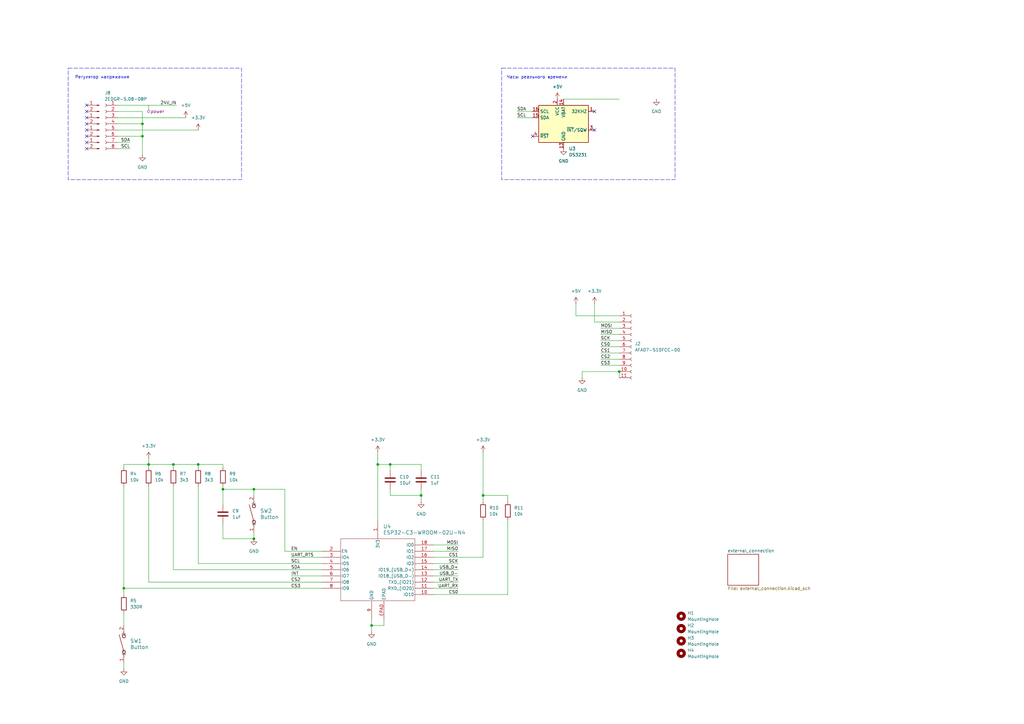
<source format=kicad_sch>
(kicad_sch (version 20231120) (generator "eeschema") (generator_version "8.0")
  (paper "A3")
  (title_block (title "${article} v${version}"))
  (junction (at 71.12 190.5))
  (junction (at 96.52 393.7))
  (junction (at 127 434.34))
  (junction (at 63.5 370.84))
  (junction (at 88.9 370.84))
  (junction (at 124.46 370.84))
  (junction (at 139.7 452.12))
  (junction (at 104.14 220.98))
  (junction (at 142.24 393.7))
  (junction (at 58.42 50.8))
  (junction (at 254 152.4))
  (junction (at 53.34 393.7))
  (junction (at 30.48 386.08))
  (junction (at 160.02 452.12))
  (junction (at 78.74 467.36))
  (junction (at 50.8 241.3))
  (junction (at 210.82 452.12))
  (junction (at 81.28 190.5))
  (junction (at 210.82 434.34))
  (junction (at 38.1 370.84))
  (junction (at 198.12 203.2))
  (junction (at 25.4 393.7))
  (junction (at 63.5 434.34))
  (junction (at 162.56 393.7))
  (junction (at 172.72 203.2))
  (junction (at 160.02 449.58))
  (junction (at 152.4 256.54))
  (junction (at 93.98 439.42))
  (junction (at 93.98 441.96))
  (junction (at 30.48 393.7))
  (junction (at 154.94 190.5))
  (junction (at 60.96 190.5))
  (junction (at 88.9 393.7))
  (junction (at 53.34 370.84))
  (junction (at 124.46 393.7))
  (junction (at 142.24 370.84))
  (junction (at 190.5 452.12))
  (junction (at 182.88 370.84))
  (junction (at 63.5 393.7))
  (junction (at 223.52 434.34))
  (junction (at 58.42 439.42))
  (junction (at 96.52 370.84))
  (junction (at 139.7 434.34))
  (junction (at 58.42 55.88))
  (junction (at 160.02 190.5))
  (junction (at 104.14 200.66))
  (junction (at 91.44 200.66))
  (no_connect (at 35.56 55.88))
  (no_connect (at 243.84 45.72))
  (no_connect (at 35.56 43.18))
  (no_connect (at 35.56 48.26))
  (no_connect (at 35.56 50.8))
  (no_connect (at 243.84 53.34))
  (no_connect (at 40.64 335.28))
  (no_connect (at 218.44 55.88))
  (no_connect (at 162.56 444.5))
  (no_connect (at 35.56 53.34))
  (no_connect (at 35.56 45.72))
  (no_connect (at 187.96 444.5))
  (no_connect (at 35.56 58.42))
  (no_connect (at 187.96 449.58))
  (no_connect (at 35.56 60.96))
  (wire (pts (xy 60.96 199.39) (xy 60.96 238.76)))
  (wire (pts (xy 50.8 271.78) (xy 50.8 274.32)))
  (wire (pts (xy 223.52 439.42) (xy 223.52 434.34)))
  (wire (pts (xy 190.5 469.9) (xy 179.07 469.9)))
  (wire (pts (xy 187.96 436.88) (xy 190.5 436.88)))
  (wire (pts (xy 81.28 199.39) (xy 81.28 231.14)))
  (wire (pts (xy 124.46 353.06) (xy 124.46 370.84)))
  (wire (pts (xy 30.48 393.7) (xy 53.34 393.7)))
  (wire (pts (xy 203.2 441.96) (xy 187.96 441.96)))
  (wire (pts (xy 198.12 213.36) (xy 198.12 228.6)))
  (wire (pts (xy 139.7 439.42) (xy 139.7 434.34)))
  (wire (pts (xy 154.94 477.52) (xy 154.94 480.06)))
  (wire (pts (xy 53.34 384.81) (xy 53.34 393.7)))
  (wire (pts (xy 72.39 370.84) (xy 63.5 370.84)))
  (wire (pts (xy 139.7 447.04) (xy 139.7 452.12)))
  (wire (pts (xy 25.4 403.86) (xy 25.4 393.7)))
  (wire (pts (xy 121.92 355.6) (xy 121.92 370.84)))
  (wire (pts (xy 198.12 203.2) (xy 198.12 205.74)))
  (wire (pts (xy 157.48 254) (xy 157.48 256.54)))
  (wire (pts (xy 22.86 378.46) (xy 35.56 378.46)))
  (wire (pts (xy 22.86 381) (xy 25.4 381)))
  (wire (pts (xy 160.02 190.5) (xy 172.72 190.5)))
  (wire (pts (xy 104.14 218.44) (xy 104.14 220.98)))
  (wire (pts (xy 93.98 441.96) (xy 93.98 439.42)))
  (wire (pts (xy 127 429.26) (xy 127 434.34)))
  (wire (pts (xy 190.5 452.12) (xy 187.96 452.12)))
  (wire (pts (xy 127 447.04) (xy 127 452.12)))
  (wire (pts (xy 58.42 50.8) (xy 58.42 55.88)))
  (wire (pts (xy 38.1 370.84) (xy 22.86 370.84)))
  (wire (pts (xy 68.58 434.34) (xy 63.5 434.34)))
  (wire (pts (xy 88.9 370.84) (xy 96.52 370.84)))
  (wire (pts (xy 162.56 441.96) (xy 144.78 441.96)))
  (wire (pts (xy 254 152.4) (xy 254 154.94)))
  (wire (pts (xy 177.8 226.06) (xy 187.96 226.06)))
  (wire (pts (xy 124.46 370.84) (xy 124.46 377.19)))
  (wire (pts (xy 162.56 439.42) (xy 144.78 439.42)))
  (wire (pts (xy 246.38 139.7) (xy 254 139.7)))
  (wire (pts (xy 50.8 241.3) (xy 50.8 243.84)))
  (wire (pts (xy 30.48 320.04) (xy 124.46 320.04)))
  (wire (pts (xy 22.86 388.62) (xy 35.56 388.62)))
  (wire (pts (xy 58.42 45.72) (xy 58.42 50.8)))
  (wire (pts (xy 182.88 384.81) (xy 182.88 393.7)))
  (wire (pts (xy 60.96 190.5) (xy 71.12 190.5)))
  (wire (pts (xy 81.28 190.5) (xy 81.28 191.77)))
  (wire (pts (xy 124.46 370.84) (xy 142.24 370.84)))
  (wire (pts (xy 71.12 199.39) (xy 71.12 233.68)))
  (wire (pts (xy 236.22 124.46) (xy 236.22 129.54)))
  (wire (pts (xy 162.56 396.24) (xy 162.56 393.7)))
  (wire (pts (xy 243.84 124.46) (xy 243.84 132.08)))
  (wire (pts (xy 142.24 393.7) (xy 162.56 393.7)))
  (wire (pts (xy 63.5 434.34) (xy 53.34 434.34)))
  (wire (pts (xy 177.8 233.68) (xy 187.96 233.68)))
  (wire (pts (xy 139.7 434.34) (xy 162.56 434.34)))
  (wire (pts (xy 81.28 231.14) (xy 132.08 231.14)))
  (wire (pts (xy 25.4 393.7) (xy 22.86 393.7)))
  (wire (pts (xy 48.26 58.42) (xy 53.34 58.42)))
  (wire (pts (xy 104.14 200.66) (xy 104.14 203.2)))
  (wire (pts (xy 162.56 449.58) (xy 160.02 449.58)))
  (wire (pts (xy 40.64 332.74) (xy 50.8 332.74)))
  (wire (pts (xy 78.74 467.36) (xy 78.74 469.9)))
  (wire (pts (xy 142.24 384.81) (xy 142.24 393.7)))
  (wire (pts (xy 60.96 187.96) (xy 60.96 190.5)))
  (wire (pts (xy 246.38 142.24) (xy 254 142.24)))
  (wire (pts (xy 116.84 226.06) (xy 132.08 226.06)))
  (wire (pts (xy 71.12 190.5) (xy 71.12 191.77)))
  (wire (pts (xy 50.8 241.3) (xy 132.08 241.3)))
  (wire (pts (xy 30.48 373.38) (xy 30.48 386.08)))
  (wire (pts (xy 177.8 236.22) (xy 187.96 236.22)))
  (wire (pts (xy 119.38 228.6) (xy 132.08 228.6)))
  (wire (pts (xy 22.86 391.16) (xy 35.56 391.16)))
  (wire (pts (xy 203.2 439.42) (xy 187.96 439.42)))
  (wire (pts (xy 160.02 452.12) (xy 139.7 452.12)))
  (wire (pts (xy 22.86 375.92) (xy 35.56 375.92)))
  (wire (pts (xy 78.74 457.2) (xy 78.74 467.36)))
  (wire (pts (xy 162.56 393.7) (xy 162.56 383.54)))
  (wire (pts (xy 246.38 144.78) (xy 254 144.78)))
  (wire (pts (xy 190.5 436.88) (xy 190.5 452.12)))
  (wire (pts (xy 142.24 370.84) (xy 142.24 377.19)))
  (wire (pts (xy 231.14 40.64) (xy 254 40.64)))
  (wire (pts (xy 38.1 365.76) (xy 38.1 370.84)))
  (wire (pts (xy 96.52 377.19) (xy 96.52 370.84)))
  (wire (pts (xy 182.88 393.7) (xy 162.56 393.7)))
  (wire (pts (xy 111.76 447.04) (xy 88.9 447.04)))
  (wire (pts (xy 195.58 480.06) (xy 195.58 477.52)))
  (wire (pts (xy 88.9 393.7) (xy 96.52 393.7)))
  (wire (pts (xy 238.76 154.94) (xy 238.76 152.4)))
  (wire (pts (xy 160.02 200.66) (xy 160.02 203.2)))
  (wire (pts (xy 236.22 129.54) (xy 254 129.54)))
  (wire (pts (xy 91.44 190.5) (xy 91.44 191.77)))
  (wire (pts (xy 154.94 480.06) (xy 171.45 480.06)))
  (wire (pts (xy 48.26 53.34) (xy 81.28 53.34)))
  (wire (pts (xy 71.12 233.68) (xy 132.08 233.68)))
  (wire (pts (xy 119.38 236.22) (xy 132.08 236.22)))
  (wire (pts (xy 91.44 214.63) (xy 91.44 220.98)))
  (wire (pts (xy 139.7 434.34) (xy 127 434.34)))
  (wire (pts (xy 246.38 134.62) (xy 254 134.62)))
  (wire (pts (xy 172.72 203.2) (xy 172.72 205.74)))
  (wire (pts (xy 68.58 439.42) (xy 58.42 439.42)))
  (wire (pts (xy 223.52 447.04) (xy 223.52 452.12)))
  (wire (pts (xy 50.8 241.3) (xy 50.8 199.39)))
  (wire (pts (xy 22.86 383.54) (xy 38.1 383.54)))
  (wire (pts (xy 203.2 447.04) (xy 187.96 447.04)))
  (wire (pts (xy 182.88 370.84) (xy 182.88 377.19)))
  (wire (pts (xy 127 439.42) (xy 127 434.34)))
  (wire (pts (xy 238.76 152.4) (xy 254 152.4)))
  (wire (pts (xy 48.26 43.18) (xy 72.39 43.18)))
  (wire (pts (xy 210.82 447.04) (xy 210.82 452.12)))
  (wire (pts (xy 124.46 384.81) (xy 124.46 393.7)))
  (wire (pts (xy 223.52 431.8) (xy 223.52 434.34)))
  (wire (pts (xy 30.48 393.7) (xy 30.48 396.24)))
  (wire (pts (xy 111.76 439.42) (xy 93.98 439.42)))
  (wire (pts (xy 160.02 449.58) (xy 160.02 452.12)))
  (wire (pts (xy 48.26 55.88) (xy 58.42 55.88)))
  (wire (pts (xy 171.45 474.98) (xy 160.02 474.98)))
  (wire (pts (xy 198.12 203.2) (xy 208.28 203.2)))
  (wire (pts (xy 50.8 190.5) (xy 60.96 190.5)))
  (wire (pts (xy 58.42 441.96) (xy 58.42 439.42)))
  (wire (pts (xy 104.14 200.66) (xy 116.84 200.66)))
  (wire (pts (xy 210.82 434.34) (xy 187.96 434.34)))
  (wire (pts (xy 162.56 436.88) (xy 160.02 436.88)))
  (wire (pts (xy 22.86 386.08) (xy 30.48 386.08)))
  (wire (pts (xy 91.44 220.98) (xy 104.14 220.98)))
  (wire (pts (xy 53.34 393.7) (xy 63.5 393.7)))
  (wire (pts (xy 171.45 469.9) (xy 160.02 469.9)))
  (wire (pts (xy 53.34 370.84) (xy 63.5 370.84)))
  (wire (pts (xy 180.34 370.84) (xy 182.88 370.84)))
  (wire (pts (xy 154.94 190.5) (xy 160.02 190.5)))
  (wire (pts (xy 63.5 393.7) (xy 72.39 393.7)))
  (wire (pts (xy 60.96 190.5) (xy 60.96 191.77)))
  (wire (pts (xy 80.01 370.84) (xy 88.9 370.84)))
  (wire (pts (xy 208.28 213.36) (xy 208.28 243.84)))
  (wire (pts (xy 212.09 45.72) (xy 218.44 45.72)))
  (wire (pts (xy 63.5 383.54) (xy 63.5 393.7)))
  (wire (pts (xy 162.56 452.12) (xy 160.02 452.12)))
  (wire (pts (xy 208.28 205.74) (xy 208.28 203.2)))
  (wire (pts (xy 48.26 45.72) (xy 58.42 45.72)))
  (wire (pts (xy 121.92 370.84) (xy 96.52 370.84)))
  (wire (pts (xy 177.8 223.52) (xy 187.96 223.52)))
  (wire (pts (xy 50.8 251.46) (xy 50.8 256.54)))
  (wire (pts (xy 154.94 185.42) (xy 154.94 190.5)))
  (wire (pts (xy 223.52 434.34) (xy 210.82 434.34)))
  (wire (pts (xy 63.5 441.96) (xy 63.5 434.34)))
  (wire (pts (xy 93.98 439.42) (xy 88.9 439.42)))
  (wire (pts (xy 124.46 393.7) (xy 142.24 393.7)))
  (wire (pts (xy 48.26 48.26) (xy 76.2 48.26)))
  (wire (pts (xy 243.84 132.08) (xy 254 132.08)))
  (wire (pts (xy 142.24 370.84) (xy 144.78 370.84)))
  (wire (pts (xy 96.52 384.81) (xy 96.52 393.7)))
  (wire (pts (xy 40.64 330.2) (xy 50.8 330.2)))
  (wire (pts (xy 154.94 190.5) (xy 154.94 213.36)))
  (wire (pts (xy 124.46 393.7) (xy 96.52 393.7)))
  (wire (pts (xy 93.98 441.96) (xy 93.98 457.2)))
  (wire (pts (xy 177.8 228.6) (xy 198.12 228.6)))
  (wire (pts (xy 182.88 370.84) (xy 182.88 365.76)))
  (wire (pts (xy 152.4 254) (xy 152.4 256.54)))
  (wire (pts (xy 177.8 243.84) (xy 208.28 243.84)))
  (wire (pts (xy 116.84 200.66) (xy 116.84 226.06)))
  (wire (pts (xy 171.45 464.82) (xy 160.02 464.82)))
  (wire (pts (xy 60.96 467.36) (xy 78.74 467.36)))
  (wire (pts (xy 160.02 203.2) (xy 172.72 203.2)))
  (wire (pts (xy 38.1 370.84) (xy 53.34 370.84)))
  (wire (pts (xy 160.02 193.04) (xy 160.02 190.5)))
  (wire (pts (xy 210.82 452.12) (xy 190.5 452.12)))
  (wire (pts (xy 58.42 55.88) (xy 58.42 63.5)))
  (wire (pts (xy 177.8 241.3) (xy 187.96 241.3)))
  (wire (pts (xy 152.4 256.54) (xy 157.48 256.54)))
  (wire (pts (xy 246.38 147.32) (xy 254 147.32)))
  (wire (pts (xy 93.98 467.36) (xy 78.74 467.36)))
  (wire (pts (xy 91.44 200.66) (xy 104.14 200.66)))
  (wire (pts (xy 80.01 393.7) (xy 88.9 393.7)))
  (wire (pts (xy 142.24 365.76) (xy 142.24 370.84)))
  (wire (pts (xy 177.8 231.14) (xy 187.96 231.14)))
  (wire (pts (xy 160.02 436.88) (xy 160.02 449.58)))
  (wire (pts (xy 212.09 48.26) (xy 218.44 48.26)))
  (wire (pts (xy 111.76 436.88) (xy 88.9 436.88)))
  (wire (pts (xy 50.8 191.77) (xy 50.8 190.5)))
  (wire (pts (xy 139.7 452.12) (xy 127 452.12)))
  (wire (pts (xy 25.4 381) (xy 25.4 393.7)))
  (wire (pts (xy 91.44 200.66) (xy 91.44 207.01)))
  (wire (pts (xy 58.42 50.8) (xy 48.26 50.8)))
  (wire (pts (xy 60.96 238.76) (xy 132.08 238.76)))
  (wire (pts (xy 124.46 320.04) (xy 124.46 350.52)))
  (wire (pts (xy 124.46 350.52) (xy 121.92 350.52)))
  (wire (pts (xy 190.5 464.82) (xy 179.07 464.82)))
  (wire (pts (xy 88.9 381) (xy 88.9 370.84)))
  (wire (pts (xy 246.38 149.86) (xy 254 149.86)))
  (wire (pts (xy 152.4 256.54) (xy 152.4 259.08)))
  (wire (pts (xy 53.34 377.19) (xy 53.34 370.84)))
  (wire (pts (xy 48.26 60.96) (xy 53.34 60.96)))
  (wire (pts (xy 58.42 439.42) (xy 53.34 439.42)))
  (wire (pts (xy 177.8 238.76) (xy 187.96 238.76)))
  (wire (pts (xy 172.72 200.66) (xy 172.72 203.2)))
  (wire (pts (xy 81.28 190.5) (xy 91.44 190.5)))
  (wire (pts (xy 88.9 383.54) (xy 88.9 393.7)))
  (wire (pts (xy 38.1 370.84) (xy 38.1 383.54)))
  (wire (pts (xy 210.82 439.42) (xy 210.82 434.34)))
  (wire (pts (xy 93.98 464.82) (xy 93.98 467.36)))
  (wire (pts (xy 22.86 373.38) (xy 30.48 373.38)))
  (wire (pts (xy 162.56 447.04) (xy 144.78 447.04)))
  (wire (pts (xy 246.38 137.16) (xy 254 137.16)))
  (wire (pts (xy 223.52 452.12) (xy 210.82 452.12)))
  (wire (pts (xy 121.92 353.06) (xy 124.46 353.06)))
  (wire (pts (xy 63.5 381) (xy 63.5 370.84)))
  (wire (pts (xy 30.48 386.08) (xy 30.48 393.7)))
  (wire (pts (xy 198.12 185.42) (xy 198.12 203.2)))
  (wire (pts (xy 172.72 190.5) (xy 172.72 193.04)))
  (wire (pts (xy 91.44 199.39) (xy 91.44 200.66)))
  (wire (pts (xy 88.9 441.96) (xy 93.98 441.96)))
  (wire (pts (xy 71.12 190.5) (xy 81.28 190.5)))
  (wire (pts (xy 179.07 480.06) (xy 195.58 480.06)))
  (wire (pts (xy 190.5 474.98) (xy 179.07 474.98)))
  (rectangle (start 205.74 27.94) (end 276.86 73.66) (stroke (width 0) (type dash)))
  (rectangle (start 45.72 355.6) (end 106.68 414.02) (stroke (width 0) (type dash)))
  (rectangle (start 0 355.6) (end 43.18 414.02) (stroke (width 0) (type dash)))
  (rectangle (start 114.3 416.56) (end 45.72 492.76) (stroke (width 0) (type dash)))
  (rectangle (start 27.94 27.94) (end 99.06 73.66) (stroke (width 0) (type dash)))
  (rectangle (start 228.6 416.56) (end 116.84 492.76) (stroke (width 0) (type dash)))
  (text "Часы реального времени" (at 207.772 31.75 0) (effects (font (size 1.27 1.27)) (justify left)))
  (text "RS-485" (at 111.76 419.1 0) (effects (font (size 1.27 1.27)) (justify right top)))
  (text "Регулятор напряжения" (at 30.734 31.75 0) (effects (font (size 1.27 1.27)) (justify left)))
  (text "Изоляция питания (опционально)" (at 76.2 411.48 0) (effects (font (size 1.27 1.27))))
  (text "Изоляция UART (опционально)" (at 226.06 419.1 0) (effects (font (size 1.27 1.27)) (justify right top)))
  (label "CS1" (at 187.96 228.6 180))
  (label "B" (at 53.34 439.42 0))
  (label "A" (at 35.56 375.92 180))
  (label "UART_TX_ISO" (at 160.02 464.82 0))
  (label "CS3" (at 119.38 241.3 0))
  (label "SCL" (at 119.38 231.14 0))
  (label "MOSI" (at 187.96 223.52 180))
  (label "UART_RTS_ISO" (at 144.78 441.96 0))
  (label "UART_TX_ISO" (at 111.76 447.04 180))
  (label "USB_D-" (at 187.96 236.22 180))
  (label "EN" (at 119.38 226.06 0))
  (label "UART_TX_ISO" (at 144.78 439.42 0))
  (label "SDA" (at 212.09 45.72 0))
  (label "CS2" (at 246.38 147.32 0))
  (label "CS0" (at 246.38 142.24 0))
  (label "A" (at 53.34 434.34 0))
  (label "UART_RTS_ISO" (at 160.02 474.98 0))
  (label "UART_TX" (at 190.5 464.82 180))
  (label "INT" (at 119.38 236.22 0))
  (label "SDA" (at 119.38 233.68 0))
  (label "UART_RTS" (at 190.5 474.98 180))
  (label "B" (at 35.56 391.16 180))
  (label "UART_RX_ISO" (at 111.76 436.88 180))
  (label "SCK" (at 246.38 139.7 0))
  (label "UART_RX_ISO" (at 144.78 447.04 0))
  (label "USB_D+" (at 50.8 330.2 180))
  (label "CS2" (at 119.38 238.76 0))
  (label "SCL" (at 53.34 60.96 180))
  (label "MISO" (at 246.38 137.16 0))
  (label "CS3" (at 246.38 149.86 0))
  (label "USB_D-" (at 50.8 332.74 180))
  (label "UART_TX" (at 187.96 238.76 180))
  (label "UART_RTS" (at 203.2 441.96 180))
  (label "MOSI" (at 246.38 134.62 0))
  (label "UART_RX" (at 187.96 241.3 180))
  (label "A" (at 35.56 388.62 180))
  (label "CS0" (at 187.96 243.84 180))
  (label "UART_TX" (at 203.2 439.42 180))
  (label "UART_RX_ISO" (at 160.02 469.9 0))
  (label "SDA" (at 53.34 58.42 180))
  (label "UART_RTS_ISO" (at 111.76 439.42 180))
  (label "SCK" (at 187.96 231.14 180))
  (label "USB_D+" (at 187.96 233.68 180))
  (label "MISO" (at 187.96 226.06 180))
  (label "24V_IN" (at 72.39 43.18 180))
  (label "B" (at 35.56 378.46 180))
  (label "CS1" (at 246.38 144.78 0))
  (label "UART_RTS" (at 119.38 228.6 0))
  (label "SCL" (at 212.09 48.26 0))
  (label "UART_RX" (at 190.5 469.9 180))
  (label "UART_RX" (at 203.2 447.04 180))
  (netclass_flag "" (length 2.54) (shape round) (at 60.96 43.18 180) (property "Netclass" "power" (at 61.6585 45.72 0) (effects (font (italic yes)) (justify left))))
  (symbol (lib_id "power:+3.3V") (at 81.28 53.34 0) (unit 1)
    (property "Reference" "#PWR014" (effects (hide yes)))
    (property "Value" "+3.3V" (at 81.28 48.26 0))
    (property "Description" "Power symbol creates a global label with name \"+3.3V\"" (effects (hide yes)))
  )
  (symbol (lib_id "kicad_inventree_lib:Degson_2EDGK-5.08-02P") (at 35.56 58.42 0) (mirror y) (unit 1) (on_board no)
    (property "Reference" "J11" (effects (hide yes)))
    (property "Value" "2EDGK-5.08-02P" (effects (hide yes)))
    (property "Datasheet" "http://inventree.network/part/18/" (effects (hide yes)))
    (property "Description" "Generic connector, single row, 01x02, script generated" (effects (hide yes)))
    (property "NextPCB_url" "https://www.hqonline.com/product-detail/max-maixu--mx2edgk-5-08-02p-gn01-cu-y-a-1027943030" (effects (hide yes)))
    (property "NextPCB_price" "0.11828" (effects (hide yes)))
    (property "part_ipn" "2EDGK-5.08-02P" (effects (hide yes)))
  )
  (symbol (lib_id "power:+3.3V") (at 60.96 187.96 0) (unit 1)
    (property "Reference" "#PWR02" (effects (hide yes)))
    (property "Value" "+3.3V" (at 60.96 182.88 0))
    (property "Description" "Power symbol creates a global label with name \"+3.3V\"" (effects (hide yes)))
  )
  (symbol (lib_id "kicad_inventree_lib:TS-1088-AR02016") (at 50.8 271.78 90) (unit 1)
    (property "Reference" "SW1" (at 53.34 262.8899 90) (effects (font (size 1.524 1.524)) (justify right)))
    (property "Value" "Button" (at 53.34 265.4299 90) (effects (font (size 1.524 1.524)) (justify right)))
    (property "Footprint" "kicad_inventree_lib:SW_TS-1088_XNP-M" (effects (hide yes)))
    (property "Datasheet" "http://inventree.network/part/139/" (effects (hide yes)))
    (property "part_ipn" "TS-1088-AR02016 " (effects (hide yes)))
  )
  (symbol (lib_id "power:+3.3V") (at 182.88 365.76 0) (unit 1)
    (property "Reference" "#PWR022" (effects (hide yes)))
    (property "Value" "+3.3V" (at 182.88 360.68 0))
    (property "Description" "Power symbol creates a global label with name \"+3.3V\"" (effects (hide yes)))
  )
  (symbol (lib_id "kicad_inventree_lib:Degson_2EDGK-5.08-02P") (at 35.56 48.26 0) (mirror y) (unit 1) (on_board no)
    (property "Reference" "J9" (effects (hide yes)))
    (property "Value" "2EDGK-5.08-02P" (effects (hide yes)))
    (property "Datasheet" "http://inventree.network/part/18/" (effects (hide yes)))
    (property "Description" "Generic connector, single row, 01x02, script generated" (effects (hide yes)))
    (property "NextPCB_url" "https://www.hqonline.com/product-detail/max-maixu--mx2edgk-5-08-02p-gn01-cu-y-a-1027943030" (effects (hide yes)))
    (property "NextPCB_price" "0.11828" (effects (hide yes)))
    (property "part_ipn" "2EDGK-5.08-02P" (effects (hide yes)))
  )
  (symbol (lib_id "kicad_inventree_lib:R_10k_1206_1%") (at 93.98 461.01 0) (mirror y) (unit 1)
    (property "Reference" "R3" (at 91.44 459.7399 0) (effects (justify left)))
    (property "Value" "10k" (at 91.44 462.2799 0) (effects (justify left)))
    (property "Footprint" "Resistor_SMD:R_1206_3216Metric_Pad1.30x1.75mm_HandSolder" (effects (hide yes)))
    (property "Datasheet" "http://inventree.network/part/26/" (effects (hide yes)))
    (property "Description" "Resistor" (effects (hide yes)))
    (property "NextPCB_price" "0.00169" (effects (hide yes)))
    (property "NextPCB_url" "https://www.hqonline.com/product-detail/chip-resistors-fojan-frc1206f3301ts-2500354421" (effects (hide yes)))
    (property "part_ipn" "R_10k_1206_1%" (effects (hide yes)))
  )
  (symbol (lib_id "power:GND") (at 269.24 40.64 0) (unit 1)
    (property "Reference" "#PWR010" (effects (hide yes)))
    (property "Value" "GND" (at 269.24 45.72 0))
    (property "Description" "Power symbol creates a global label with name \"GND\" , ground" (effects (hide yes)))
  )
  (symbol (lib_id "kicad_inventree_lib:AFA07-S10FCC-00") (at 259.08 139.7 0) (unit 1)
    (property "Reference" "J2" (at 260.35 140.9699 0) (effects (justify left)))
    (property "Value" "AFA07-S10FCC-00" (at 260.35 143.5099 0) (effects (justify left)))
    (property "Footprint" "kicad_inventree_lib:CONN10_AFA07-S10_JUS" (effects (hide yes)))
    (property "Datasheet" "http://inventree.network/part/170/" (effects (hide yes)))
    (property "Description" "Generic connector, single row, 01x10, script generated" (effects (hide yes)))
    (property "part_ipn" "AFA07-S10FCC-00" (effects (hide yes)))
  )
  (symbol (lib_id "Jumper:SolderJumper_2_Open") (at 76.2 393.7 0) (unit 1) (exclude_from_sim yes) (in_bom no)
    (property "Reference" "JP2" (at 76.2 389.89 0))
    (property "Value" "SolderJumper_2_Open" (effects (hide yes)))
    (property "Footprint" "Jumper:SolderJumper-2_P1.3mm_Open_RoundedPad1.0x1.5mm" (effects (hide yes)))
    (property "Description" "Solder Jumper, 2-pole, open" (effects (hide yes)))
  )
  (symbol (lib_id "power:+3.3V") (at 127 429.26 0) (mirror y) (unit 1)
    (property "Reference" "#PWR017" (effects (hide yes)))
    (property "Value" "+3.3V_ISO" (at 127 424.18 0))
    (property "Description" "Power symbol creates a global label with name \"+3.3V\"" (effects (hide yes)))
  )
  (symbol (lib_id "power:GND") (at 172.72 205.74 0) (unit 1)
    (property "Reference" "#PWR028" (effects (hide yes)))
    (property "Value" "GND" (at 172.72 210.82 0))
    (property "Description" "Power symbol creates a global label with name \"GND\" , ground" (effects (hide yes)))
  )
  (symbol (lib_id "kicad_inventree_lib:C_10uF_16V_1206") (at 142.24 381 0) (unit 1)
    (property "Reference" "C5" (at 146.05 379.7299 0) (effects (justify left)))
    (property "Value" "10uF" (at 146.05 382.2699 0) (effects (justify left)))
    (property "Footprint" "Capacitor_SMD:C_1206_3216Metric_Pad1.33x1.80mm_HandSolder" (effects (hide yes)))
    (property "Datasheet" "http://inventree.network/part/141/" (effects (hide yes)))
    (property "Description" "Unpolarized capacitor" (effects (hide yes)))
    (property "part_ipn" "C_10uF_16V_1206" (effects (hide yes)))
  )
  (symbol (lib_id "kicad_inventree_lib:R_10k_1206_1%") (at 60.96 195.58 0) (unit 1)
    (property "Reference" "R6" (at 63.5 194.3099 0) (effects (justify left)))
    (property "Value" "10k" (at 63.5 196.8499 0) (effects (justify left)))
    (property "Footprint" "Resistor_SMD:R_1206_3216Metric_Pad1.30x1.75mm_HandSolder" (effects (hide yes)))
    (property "Datasheet" "http://inventree.network/part/26/" (effects (hide yes)))
    (property "Description" "Resistor" (effects (hide yes)))
    (property "NextPCB_price" "0.00169" (effects (hide yes)))
    (property "NextPCB_url" "https://www.hqonline.com/product-detail/chip-resistors-fojan-frc1206f3301ts-2500354421" (effects (hide yes)))
    (property "part_ipn" "R_10k_1206_1%" (effects (hide yes)))
  )
  (symbol (lib_id "power:+3.3V") (at 243.84 124.46 0) (unit 1)
    (property "Reference" "#PWR030" (effects (hide yes)))
    (property "Value" "+3.3V" (at 243.84 119.38 0))
    (property "Description" "Power symbol creates a global label with name \"+3.3V\"" (effects (hide yes)))
  )
  (symbol (lib_id "power:GND") (at 231.14 60.96 0) (unit 1)
    (property "Reference" "#PWR012" (effects (hide yes)))
    (property "Value" "GND" (at 231.14 66.04 0))
    (property "Description" "Power symbol creates a global label with name \"GND\" , ground" (effects (hide yes)))
  )
  (symbol (lib_id "kicad_inventree_lib:R_3k3_1206_1%") (at 81.28 195.58 0) (unit 1)
    (property "Reference" "R8" (at 83.82 194.3099 0) (effects (justify left)))
    (property "Value" "3k3" (at 83.82 196.8499 0) (effects (justify left)))
    (property "Footprint" "Resistor_SMD:R_1206_3216Metric_Pad1.30x1.75mm_HandSolder" (effects (hide yes)))
    (property "Datasheet" "http://inventree.network/part/4/" (effects (hide yes)))
    (property "Description" "Resistor" (effects (hide yes)))
    (property "NextPCB_price" "0.00169" (effects (hide yes)))
    (property "NextPCB_url" "https://www.hqonline.com/product-detail/chip-resistors-fojan-frc1206f3301ts-2500354421" (effects (hide yes)))
    (property "part_ipn" "R_3k3_1206_1%" (effects (hide yes)))
  )
  (symbol (lib_id "power:+3.3V") (at 223.52 431.8 0) (mirror y) (unit 1)
    (property "Reference" "#PWR026" (effects (hide yes)))
    (property "Value" "+3.3V" (at 223.52 426.72 0))
    (property "Description" "Power symbol creates a global label with name \"+3.3V\"" (effects (hide yes)))
  )
  (symbol (lib_id "Jumper:SolderJumper_2_Open") (at 175.26 469.9 0) (mirror y) (unit 1) (exclude_from_sim yes) (in_bom no)
    (property "Reference" "JP4" (at 175.26 466.09 0))
    (property "Value" "SolderJumper_2_Open" (effects (hide yes)))
    (property "Footprint" "Jumper:SolderJumper-2_P1.3mm_Open_RoundedPad1.0x1.5mm" (effects (hide yes)))
    (property "Description" "Solder Jumper, 2-pole, open" (effects (hide yes)))
  )
  (symbol (lib_id "Mechanical:MountingHole") (at 279.4 257.81 0) (unit 1) (exclude_from_sim yes) (in_bom no)
    (property "Reference" "H2" (at 281.94 256.5399 0) (effects (justify left)))
    (property "Value" "MountingHole" (at 281.94 259.0799 0) (effects (justify left)))
    (property "Footprint" "MountingHole:MountingHole_3.2mm_M3" (effects (hide yes)))
    (property "Description" "Mounting Hole without connection" (effects (hide yes)))
  )
  (symbol (lib_id "kicad_inventree_lib:R_10k_1206_1%") (at 198.12 209.55 0) (unit 1)
    (property "Reference" "R10" (at 200.66 208.2799 0) (effects (justify left)))
    (property "Value" "10k" (at 200.66 210.8199 0) (effects (justify left)))
    (property "Footprint" "Resistor_SMD:R_1206_3216Metric_Pad1.30x1.75mm_HandSolder" (effects (hide yes)))
    (property "Datasheet" "http://inventree.network/part/26/" (effects (hide yes)))
    (property "Description" "Resistor" (effects (hide yes)))
    (property "NextPCB_price" "0.00169" (effects (hide yes)))
    (property "NextPCB_url" "https://www.hqonline.com/product-detail/chip-resistors-fojan-frc1206f3301ts-2500354421" (effects (hide yes)))
    (property "part_ipn" "R_10k_1206_1%" (effects (hide yes)))
  )
  (symbol (lib_id "Interface_UART:MAX3485") (at 78.74 441.96 0) (mirror y) (unit 1)
    (property "Reference" "U1" (at 76.5459 424.18 0) (effects (justify left)))
    (property "Value" "MAX3485" (at 76.5459 426.72 0) (effects (justify left)))
    (property "Footprint" "Package_SO:SOIC-8_3.9x4.9mm_P1.27mm" (effects (hide yes)))
    (property "Datasheet" "https://datasheets.maximintegrated.com/en/ds/MAX3483-MAX3491.pdf" (effects (hide yes)))
    (property "Description" "True RS-485/RS-422, 10Mbps, Slew-Rate Limited, with low-power shutdown, with receiver/driver enable, 32 receiver drive capacitity, DIP-8 and SOIC-8" (effects (hide yes)))
  )
  (symbol (lib_id "Jumper:SolderJumper_2_Open") (at 175.26 480.06 0) (mirror y) (unit 1) (exclude_from_sim yes) (in_bom no)
    (property "Reference" "JP6" (at 175.26 476.25 0))
    (property "Value" "SolderJumper_2_Open" (effects (hide yes)))
    (property "Footprint" "Jumper:SolderJumper-2_P1.3mm_Open_RoundedPad1.0x1.5mm" (effects (hide yes)))
    (property "Description" "Solder Jumper, 2-pole, open" (effects (hide yes)))
  )
  (symbol (lib_id "power:GND") (at 30.48 345.44 0) (mirror y) (unit 1)
    (property "Reference" "#PWR06" (effects (hide yes)))
    (property "Value" "GND" (at 30.48 350.52 0))
    (property "Description" "Power symbol creates a global label with name \"GND\" , ground" (effects (hide yes)))
  )
  (symbol (lib_id "kicad_inventree_lib:CA-IS3641HW") (at 175.26 429.26 0) (mirror y) (unit 1)
    (property "Reference" "U5" (at 175.26 424.18 0) (effects (font (size 1.524 1.524))))
    (property "Value" "CA-IS3641HW" (at 175.26 426.72 0) (effects (font (size 1.524 1.524))))
    (property "Footprint" "kicad_inventree_lib:SOIC16-WBW_CLG-M" (effects (hide yes)))
    (property "Datasheet" "http://inventree.network/part/115/" (effects (hide yes)))
    (property "part_ipn" "CA-IS3641HW" (effects (hide yes)))
    (property "optional" "1" (effects (hide yes)))
  )
  (symbol (lib_id "power:GND") (at 25.4 403.86 0) (mirror y) (unit 1)
    (property "Reference" "#PWR05" (effects (hide yes)))
    (property "Value" "PE" (at 25.4 408.94 0))
    (property "Description" "Power symbol creates a global label with name \"GND\" , ground" (effects (hide yes)))
  )
  (symbol (lib_id "kicad_inventree_lib:ESP32-C3-WROOM-02U-N4") (at 154.94 220.98 0) (unit 1)
    (property "Reference" "U4" (at 157.1341 215.9 0) (effects (font (size 1.524 1.524)) (justify left)))
    (property "Value" "ESP32-C3-WROOM-02U-N4" (at 157.1341 218.44 0) (effects (font (size 1.524 1.524)) (justify left)))
    (property "Footprint" "kicad_inventree_lib:ESP32-C3-WROOM-02U_EXP" (effects (hide yes)))
    (property "Datasheet" "http://inventree.network/part/132/" (effects (hide yes)))
    (property "part_ipn" "ESP32-C3-WROOM-02U-N4" (effects (hide yes)))
  )
  (symbol (lib_id "power:GND") (at 104.14 220.98 0) (unit 1)
    (property "Reference" "#PWR03" (effects (hide yes)))
    (property "Value" "GND" (at 104.14 226.06 0))
    (property "Description" "Power symbol creates a global label with name \"GND\" , ground" (effects (hide yes)))
  )
  (symbol (lib_id "kicad_inventree_lib:C_10uF_16V_1206") (at 160.02 196.85 180) (unit 1)
    (property "Reference" "C10" (at 163.83 195.5799 0) (effects (justify right)))
    (property "Value" "10uF" (at 163.83 198.1199 0) (effects (justify right)))
    (property "Footprint" "Capacitor_SMD:C_1206_3216Metric_Pad1.33x1.80mm_HandSolder" (effects (hide yes)))
    (property "Datasheet" "http://inventree.network/part/141/" (effects (hide yes)))
    (property "Description" "Unpolarized capacitor" (effects (hide yes)))
    (property "part_ipn" "C_10uF_16V_1206" (effects (hide yes)))
  )
  (symbol (lib_id "power:GND") (at 162.56 396.24 0) (mirror y) (unit 1)
    (property "Reference" "#PWR021" (effects (hide yes)))
    (property "Value" "GND" (at 162.56 401.32 0))
    (property "Description" "Power symbol creates a global label with name \"GND\" , ground" (effects (hide yes)))
  )
  (symbol (lib_id "kicad_inventree_lib:C_10uF_16V_1206") (at 53.34 381 0) (unit 1)
    (property "Reference" "C1" (at 57.15 379.7299 0) (effects (justify left)))
    (property "Value" "10uF" (at 57.15 382.2699 0) (effects (justify left)))
    (property "Footprint" "Capacitor_SMD:C_1206_3216Metric_Pad1.33x1.80mm_HandSolder" (effects (hide yes)))
    (property "Datasheet" "http://inventree.network/part/141/" (effects (hide yes)))
    (property "Description" "Unpolarized capacitor" (effects (hide yes)))
    (property "part_ipn" "C_10uF_16V_1206" (effects (hide yes)))
    (property "optional" "1" (effects (hide yes)))
  )
  (symbol (lib_id "power:+5V") (at 236.22 124.46 0) (unit 1)
    (property "Reference" "#PWR023" (effects (hide yes)))
    (property "Value" "+5V" (at 236.22 119.38 0))
    (property "Description" "Power symbol creates a global label with name \"+5V\"" (effects (hide yes)))
  )
  (symbol (lib_id "power:+5V") (at 38.1 365.76 0) (mirror y) (unit 1)
    (property "Reference" "#PWR08" (effects (hide yes)))
    (property "Value" "+5V_ISO" (at 38.1 360.68 0))
    (property "Description" "Power symbol creates a global label with name \"+5V\"" (effects (hide yes)))
  )
  (symbol (lib_id "kicad_inventree_lib:Degson_2EDGK-5.08-02P") (at 35.56 43.18 0) (mirror y) (unit 1) (on_board no)
    (property "Reference" "J4" (effects (hide yes)))
    (property "Value" "2EDGK-5.08-02P" (effects (hide yes)))
    (property "Datasheet" "http://inventree.network/part/18/" (effects (hide yes)))
    (property "Description" "Generic connector, single row, 01x02, script generated" (effects (hide yes)))
    (property "NextPCB_url" "https://www.hqonline.com/product-detail/max-maixu--mx2edgk-5-08-02p-gn01-cu-y-a-1027943030" (effects (hide yes)))
    (property "NextPCB_price" "0.11828" (effects (hide yes)))
    (property "part_ipn" "2EDGK-5.08-02P" (effects (hide yes)))
  )
  (symbol (lib_id "power:GND") (at 30.48 396.24 0) (mirror y) (unit 1)
    (property "Reference" "#PWR07" (effects (hide yes)))
    (property "Value" "GND_ISO" (at 30.48 401.32 0))
    (property "Description" "Power symbol creates a global label with name \"GND\" , ground" (effects (hide yes)))
  )
  (symbol (lib_id "power:+3.3V") (at 198.12 185.42 0) (unit 1)
    (property "Reference" "#PWR029" (effects (hide yes)))
    (property "Value" "+3.3V" (at 198.12 180.34 0))
    (property "Description" "Power symbol creates a global label with name \"+3.3V\"" (effects (hide yes)))
  )
  (symbol (lib_id "kicad_inventree_lib:Degson_2EDGK-5.08-02P") (at 35.56 53.34 0) (mirror y) (unit 1) (on_board no)
    (property "Reference" "J10" (effects (hide yes)))
    (property "Value" "2EDGK-5.08-02P" (effects (hide yes)))
    (property "Datasheet" "http://inventree.network/part/18/" (effects (hide yes)))
    (property "Description" "Generic connector, single row, 01x02, script generated" (effects (hide yes)))
    (property "NextPCB_url" "https://www.hqonline.com/product-detail/max-maixu--mx2edgk-5-08-02p-gn01-cu-y-a-1027943030" (effects (hide yes)))
    (property "NextPCB_price" "0.11828" (effects (hide yes)))
    (property "part_ipn" "2EDGK-5.08-02P" (effects (hide yes)))
  )
  (symbol (lib_id "power:+5V") (at 76.2 48.26 0) (unit 1)
    (property "Reference" "#PWR015" (effects (hide yes)))
    (property "Value" "+5V" (at 76.2 43.18 0))
    (property "Description" "Power symbol creates a global label with name \"+5V\"" (effects (hide yes)))
  )
  (symbol (lib_id "kicad_inventree_lib:C_22uF_16V_1206") (at 182.88 381 0) (unit 1)
    (property "Reference" "C6" (at 186.69 379.7299 0) (effects (justify left)))
    (property "Value" "22uF" (at 186.69 382.2699 0) (effects (justify left)))
    (property "Footprint" "Capacitor_SMD:C_1206_3216Metric_Pad1.33x1.80mm_HandSolder" (effects (hide yes)))
    (property "Datasheet" "http://inventree.network/part/166/" (effects (hide yes)))
    (property "Description" "Unpolarized capacitor" (effects (hide yes)))
    (property "part_ipn" "C_22uF_16V_1206" (effects (hide yes)))
  )
  (symbol (lib_id "power:+3.3V") (at 154.94 477.52 0) (mirror y) (unit 1)
    (property "Reference" "#PWR019" (effects (hide yes)))
    (property "Value" "+3.3V_ISO" (at 154.94 472.44 0))
    (property "Description" "Power symbol creates a global label with name \"+3.3V\"" (effects (hide yes)))
  )
  (symbol (lib_id "kicad_inventree_lib:TS-1088-AR02016") (at 104.14 218.44 90) (unit 1)
    (property "Reference" "SW2" (at 106.68 209.5499 90) (effects (font (size 1.524 1.524)) (justify right)))
    (property "Value" "Button" (at 106.68 212.0899 90) (effects (font (size 1.524 1.524)) (justify right)))
    (property "Footprint" "kicad_inventree_lib:SW_TS-1088_XNP-M" (effects (hide yes)))
    (property "Datasheet" "http://inventree.network/part/139/" (effects (hide yes)))
    (property "part_ipn" "TS-1088-AR02016 " (effects (hide yes)))
  )
  (symbol (lib_id "kicad_inventree_lib:R_10k_1206_1%") (at 50.8 195.58 0) (unit 1)
    (property "Reference" "R4" (at 53.34 194.3099 0) (effects (justify left)))
    (property "Value" "10k" (at 53.34 196.8499 0) (effects (justify left)))
    (property "Footprint" "Resistor_SMD:R_1206_3216Metric_Pad1.30x1.75mm_HandSolder" (effects (hide yes)))
    (property "Datasheet" "http://inventree.network/part/26/" (effects (hide yes)))
    (property "Description" "Resistor" (effects (hide yes)))
    (property "NextPCB_price" "0.00169" (effects (hide yes)))
    (property "NextPCB_url" "https://www.hqonline.com/product-detail/chip-resistors-fojan-frc1206f3301ts-2500354421" (effects (hide yes)))
    (property "part_ipn" "R_10k_1206_1%" (effects (hide yes)))
  )
  (symbol (lib_id "power:+5V") (at 142.24 365.76 0) (mirror y) (unit 1)
    (property "Reference" "#PWR018" (effects (hide yes)))
    (property "Value" "+5V" (at 142.24 360.68 0))
    (property "Description" "Power symbol creates a global label with name \"+5V\"" (effects (hide yes)))
  )
  (symbol (lib_id "power:GND") (at 152.4 259.08 0) (unit 1)
    (property "Reference" "#PWR04" (effects (hide yes)))
    (property "Value" "GND" (at 152.4 264.16 0))
    (property "Description" "Power symbol creates a global label with name \"GND\" , ground" (effects (hide yes)))
  )
  (symbol (lib_id "kicad_inventree_lib:PinHeader_01x03_P2.54_THT_straight") (at 116.84 350.52 0) (unit 1)
    (property "Reference" "J6" (at 117.475 345.44 0))
    (property "Value" "PinHeader_01x03_P2.54_THT_straight" (at 117.475 347.98 0))
    (property "Footprint" "Connector_PinHeader_2.54mm:PinHeader_1x03_P2.54mm_Vertical" (effects (hide yes)))
    (property "Description" "Generic connector, single row, 01x05, script generated" (effects (hide yes)))
    (property "part_ipn" "PinHeader_01x03_P2.54_THT_straight" (effects (hide yes)))
  )
  (symbol (lib_id "kicad_inventree_lib:C_1uF_16V_1206") (at 91.44 210.82 0) (unit 1)
    (property "Reference" "C9" (at 95.25 209.5499 0) (effects (justify left)))
    (property "Value" "1uF" (at 95.25 212.0899 0) (effects (justify left)))
    (property "Footprint" "Capacitor_SMD:C_1206_3216Metric_Pad1.33x1.80mm_HandSolder" (effects (hide yes)))
    (property "Datasheet" "http://inventree.network/part/141/" (effects (hide yes)))
    (property "Description" "Unpolarized capacitor" (effects (hide yes)))
    (property "part_ipn" "C_1uF_16V_1206" (effects (hide yes)))
  )
  (symbol (lib_id "power:GND") (at 78.74 469.9 0) (unit 1)
    (property "Reference" "#PWR016" (effects (hide yes)))
    (property "Value" "GND_ISO" (at 78.74 474.98 0))
    (property "Description" "Power symbol creates a global label with name \"GND\" , ground" (effects (hide yes)))
  )
  (symbol (lib_id "power:GND") (at 50.8 274.32 0) (unit 1)
    (property "Reference" "#PWR01" (effects (hide yes)))
    (property "Value" "GND" (at 50.8 279.4 0))
    (property "Description" "Power symbol creates a global label with name \"GND\" , ground" (effects (hide yes)))
  )
  (symbol (lib_id "Jumper:SolderJumper_2_Open") (at 175.26 464.82 0) (mirror y) (unit 1) (exclude_from_sim yes) (in_bom no)
    (property "Reference" "JP3" (at 175.26 461.01 0))
    (property "Value" "SolderJumper_2_Open" (effects (hide yes)))
    (property "Footprint" "Jumper:SolderJumper-2_P1.3mm_Open_RoundedPad1.0x1.5mm" (effects (hide yes)))
    (property "Description" "Solder Jumper, 2-pole, open" (effects (hide yes)))
  )
  (symbol (lib_id "kicad_inventree_lib:CJA1117B-3.3") (at 162.56 365.76 0) (unit 1)
    (property "Reference" "U2" (at 162.56 360.68 0) (effects (font (size 1.524 1.524))))
    (property "Value" "CJA1117B-3.3" (at 162.56 363.22 0) (effects (font (size 1.524 1.524))))
    (property "Footprint" "Package_TO_SOT_SMD:SOT-89-3" (effects (hide yes)))
    (property "Datasheet" "http://inventree.network/part/165/" (effects (hide yes)))
    (property "part_ipn" "CJA1117B-3.3" (effects (hide yes)))
  )
  (symbol (lib_id "kicad_inventree_lib:C_1uF_16V_1206") (at 172.72 196.85 0) (unit 1)
    (property "Reference" "C11" (at 176.53 195.5799 0) (effects (justify left)))
    (property "Value" "1uF" (at 176.53 198.1199 0) (effects (justify left)))
    (property "Footprint" "Capacitor_SMD:C_1206_3216Metric_Pad1.33x1.80mm_HandSolder" (effects (hide yes)))
    (property "Datasheet" "http://inventree.network/part/141/" (effects (hide yes)))
    (property "Description" "Unpolarized capacitor" (effects (hide yes)))
    (property "part_ipn" "C_1uF_16V_1206" (effects (hide yes)))
  )
  (symbol (lib_id "kicad_inventree_lib:Degson_2EDGR-5.08-08P") (at 45.72 43.18 0) (mirror y) (unit 1)
    (property "Reference" "J8" (at 44.196 38.1 0))
    (property "Value" "2EDGR-5.08-08P" (at 51.562 40.64 0))
    (property "Footprint" "kicad_inventree_lib:Degson_2EDGR-5.08-08P" (effects (hide yes)))
    (property "Datasheet" "http://inventree.network/part/96/" (effects (hide yes)))
    (property "Description" "01x18" (effects (hide yes)))
    (property "part_ipn" "2EDGR-5.08-08P" (effects (hide yes)))
  )
  (symbol (lib_id "kicad_inventree_lib:R_3k3_1206_1%") (at 71.12 195.58 0) (unit 1)
    (property "Reference" "R7" (at 73.66 194.3099 0) (effects (justify left)))
    (property "Value" "3k3" (at 73.66 196.8499 0) (effects (justify left)))
    (property "Footprint" "Resistor_SMD:R_1206_3216Metric_Pad1.30x1.75mm_HandSolder" (effects (hide yes)))
    (property "Datasheet" "http://inventree.network/part/4/" (effects (hide yes)))
    (property "Description" "Resistor" (effects (hide yes)))
    (property "NextPCB_price" "0.00169" (effects (hide yes)))
    (property "NextPCB_url" "https://www.hqonline.com/product-detail/chip-resistors-fojan-frc1206f3301ts-2500354421" (effects (hide yes)))
    (property "part_ipn" "R_3k3_1206_1%" (effects (hide yes)))
  )
  (symbol (lib_id "kicad_inventree_lib:C_100nF_50V_1206") (at 139.7 443.23 0) (mirror y) (unit 1)
    (property "Reference" "C4" (at 135.89 441.9599 0) (effects (justify left)))
    (property "Value" "100nF" (at 135.89 444.4999 0) (effects (justify left)))
    (property "Footprint" "Capacitor_SMD:C_1206_3216Metric_Pad1.33x1.80mm_HandSolder" (effects (hide yes)))
    (property "Datasheet" "http://inventree.network/part/44/" (effects (hide yes)))
    (property "Description" "Unpolarized capacitor" (effects (hide yes)))
    (property "part_ipn" "C_100nF_50V_1206" (effects (hide yes)))
    (property "optional" "1" (effects (hide yes)))
  )
  (symbol (lib_id "power:+5V") (at 228.6 40.64 0) (unit 1)
    (property "Reference" "#PWR011" (effects (hide yes)))
    (property "Value" "+5V" (at 228.6 35.56 0))
    (property "Description" "Power symbol creates a global label with name \"+5V\"" (effects (hide yes)))
  )
  (symbol (lib_id "power:+3.3V") (at 154.94 185.42 0) (unit 1)
    (property "Reference" "#PWR027" (effects (hide yes)))
    (property "Value" "+3.3V" (at 154.94 180.34 0))
    (property "Description" "Power symbol creates a global label with name \"+3.3V\"" (effects (hide yes)))
  )
  (symbol (lib_id "kicad_inventree_lib:C_10uF_16V_1206") (at 127 443.23 0) (mirror y) (unit 1)
    (property "Reference" "C3" (at 123.19 441.9599 0) (effects (justify left)))
    (property "Value" "10uF" (at 123.19 444.4999 0) (effects (justify left)))
    (property "Footprint" "Capacitor_SMD:C_1206_3216Metric_Pad1.33x1.80mm_HandSolder" (effects (hide yes)))
    (property "Datasheet" "http://inventree.network/part/141/" (effects (hide yes)))
    (property "Description" "Unpolarized capacitor" (effects (hide yes)))
    (property "part_ipn" "C_10uF_16V_1206" (effects (hide yes)))
    (property "optional" "1" (effects (hide yes)))
  )
  (symbol (lib_id "kicad_inventree_lib:C_100nF_50V_1206") (at 223.52 443.23 0) (mirror y) (unit 1)
    (property "Reference" "C8" (at 219.71 441.9599 0) (effects (justify left)))
    (property "Value" "100nF" (at 219.71 444.4999 0) (effects (justify left)))
    (property "Footprint" "Capacitor_SMD:C_1206_3216Metric_Pad1.33x1.80mm_HandSolder" (effects (hide yes)))
    (property "Datasheet" "http://inventree.network/part/44/" (effects (hide yes)))
    (property "Description" "Unpolarized capacitor" (effects (hide yes)))
    (property "part_ipn" "C_100nF_50V_1206" (effects (hide yes)))
    (property "optional" "1" (effects (hide yes)))
  )
  (symbol (lib_id "kicad_inventree_lib:DS3231") (at 231.14 50.8 0) (unit 1)
    (property "Reference" "U3" (at 233.3341 60.96 0) (effects (justify left)))
    (property "Value" "DS3231" (at 233.3341 63.5 0) (effects (justify left)))
    (property "Footprint" "Package_SO:SOIC-16W_7.5x10.3mm_P1.27mm" (effects (hide yes)))
    (property "Datasheet" "http://inventree.network/part/119/" (effects (hide yes)))
    (property "Description" "Extremely Accurate I2C-Integrated RTC/TCXO/Crystal SOIC-16" (effects (hide yes)))
    (property "NextPCB_price" "2.88487" (effects (hide yes)))
    (property "NextPCB_url" "https://www.hqonline.com/product-detail/rtcs---real-time-clock-chips-meixin-maxim--ds3231sn-t-r-1023062574" (effects (hide yes)))
    (property "part_ipn" "DS3231SN" (effects (hide yes)))
  )
  (symbol (lib_id "power:GND") (at 238.76 154.94 0) (unit 1)
    (property "Reference" "#PWR031" (effects (hide yes)))
    (property "Value" "GND" (at 238.76 160.02 0))
    (property "Description" "Power symbol creates a global label with name \"GND\" , ground" (effects (hide yes)))
  )
  (symbol (lib_id "kicad_inventree_lib:LESD3Z5.0T1G") (at 124.46 381 270) (unit 1)
    (property "Reference" "D1" (at 127 379.7299 90) (effects (justify left)))
    (property "Value" "5A 9.8V 6V" (at 127 382.2699 90) (effects (justify left)))
    (property "Footprint" "Diode_SMD:D_SOD-323_HandSoldering" (effects (hide yes)))
    (property "Datasheet" "http://inventree.network/part/167/" (effects (hide yes)))
    (property "Description" "5A 9.8V 6V Unidirectional 5V SOD-323 ESD and Surge Protection (TVS/ESD) ROHS" (effects (hide yes)))
    (property "part_ipn" "LESD3Z5.0T1G" (effects (hide yes)))
  )
  (symbol (lib_id "power:+3.3V") (at 78.74 426.72 0) (mirror y) (unit 1)
    (property "Reference" "#PWR09" (effects (hide yes)))
    (property "Value" "+3.3V_ISO" (at 78.74 421.64 0))
    (property "Description" "Power symbol creates a global label with name \"+3.3V\"" (effects (hide yes)))
  )
  (symbol (lib_id "kicad_inventree_lib:C_10uF_16V_1206") (at 96.52 381 0) (unit 1)
    (property "Reference" "C2" (at 100.33 379.7299 0) (effects (justify left)))
    (property "Value" "10uF" (at 100.33 382.2699 0) (effects (justify left)))
    (property "Footprint" "Capacitor_SMD:C_1206_3216Metric_Pad1.33x1.80mm_HandSolder" (effects (hide yes)))
    (property "Datasheet" "http://inventree.network/part/141/" (effects (hide yes)))
    (property "Description" "Unpolarized capacitor" (effects (hide yes)))
    (property "part_ipn" "C_10uF_16V_1206" (effects (hide yes)))
    (property "optional" "1" (effects (hide yes)))
  )
  (symbol (lib_id "kicad_inventree_lib:R_10k_1206_1%") (at 208.28 209.55 0) (unit 1)
    (property "Reference" "R11" (at 210.82 208.2799 0) (effects (justify left)))
    (property "Value" "10k" (at 210.82 210.8199 0) (effects (justify left)))
    (property "Footprint" "Resistor_SMD:R_1206_3216Metric_Pad1.30x1.75mm_HandSolder" (effects (hide yes)))
    (property "Datasheet" "http://inventree.network/part/26/" (effects (hide yes)))
    (property "Description" "Resistor" (effects (hide yes)))
    (property "NextPCB_price" "0.00169" (effects (hide yes)))
    (property "NextPCB_url" "https://www.hqonline.com/product-detail/chip-resistors-fojan-frc1206f3301ts-2500354421" (effects (hide yes)))
    (property "part_ipn" "R_10k_1206_1%" (effects (hide yes)))
  )
  (symbol (lib_id "kicad_inventree_lib:B0505S-1WR3") (at 60.96 381 0) (unit 1)
    (property "Reference" "PS1" (at 72.136 387.858 0) (effects (justify left)))
    (property "Value" "B0505S-1WR3" (at 69.088 376.174 0) (effects (justify left)))
    (property "Footprint" "kicad_inventree_lib:B0505S1WR3" (effects (hide yes)))
    (property "Datasheet" "http://inventree.network/platform/part/181/details" (effects (hide yes)))
    (property "Description" "SIP Converter" (effects (hide yes)))
    (property "Height" "10.16" (effects (hide yes)))
    (property "Manufacturer_Name" "Mornsun Power" (effects (hide yes)))
    (property "Manufacturer_Part_Number" "B0505S-1WR3" (effects (hide yes)))
    (property "part_ipn" "B0505S-1WR3" (effects (hide yes)))
    (property "optional" "1" (effects (hide yes)))
  )
  (symbol (lib_id "kicad_inventree_lib:DG141R-2.54-10P") (at 17.78 381 0) (mirror y) (unit 1)
    (property "Reference" "XG1" (at 16.51 380.9999 0) (effects (justify left)))
    (property "Value" "DG141R-2.54-10P" (at 17.78 396.24 0) (effects (justify left)))
    (property "Footprint" "kicad_inventree_lib:DG141R-2.54-10P" (effects (hide yes)))
    (property "Datasheet" "http://inventree.network/platform/part/183/details" (effects (hide yes)))
    (property "Description" "Generic connector, single row, 01x10, script generated" (effects (hide yes)))
    (property "part_ipn" "DG141R-2.54-10P" (effects (hide yes)))
  )
  (symbol (lib_id "kicad_inventree_lib:Shunt 2.54 Open Top") (at 114.3 350.52 0) (unit 1) (on_board no)
    (property "Reference" "J5" (at 115.57 353.0599 0) (effects (justify left)))
    (property "Value" "Shunt 2.54 Open Top" (at 115.57 355.5999 0) (effects (justify left)))
    (property "Datasheet" "http://inventree.network/part/25/" (effects (hide yes)))
    (property "part_ipn" "Shunt 2.54 Open Top" (effects (hide yes)))
  )
  (symbol (lib_id "kicad_inventree_lib:C_10uF_16V_1206") (at 210.82 443.23 0) (mirror y) (unit 1)
    (property "Reference" "C7" (at 207.01 441.9599 0) (effects (justify left)))
    (property "Value" "10uF" (at 207.01 444.4999 0) (effects (justify left)))
    (property "Footprint" "Capacitor_SMD:C_1206_3216Metric_Pad1.33x1.80mm_HandSolder" (effects (hide yes)))
    (property "Datasheet" "http://inventree.network/part/141/" (effects (hide yes)))
    (property "Description" "Unpolarized capacitor" (effects (hide yes)))
    (property "part_ipn" "C_10uF_16V_1206" (effects (hide yes)))
    (property "optional" "1" (effects (hide yes)))
  )
  (symbol (lib_id "power:+3.3V") (at 195.58 477.52 0) (mirror y) (unit 1)
    (property "Reference" "#PWR025" (effects (hide yes)))
    (property "Value" "+3.3V" (at 195.58 472.44 0))
    (property "Description" "Power symbol creates a global label with name \"+3.3V\"" (effects (hide yes)))
  )
  (symbol (lib_id "Mechanical:MountingHole") (at 279.4 267.97 0) (unit 1) (exclude_from_sim yes) (in_bom no)
    (property "Reference" "H4" (at 281.94 266.6999 0) (effects (justify left)))
    (property "Value" "MountingHole" (at 281.94 269.2399 0) (effects (justify left)))
    (property "Footprint" "MountingHole:MountingHole_3.2mm_M3" (effects (hide yes)))
    (property "Description" "Mounting Hole without connection" (effects (hide yes)))
  )
  (symbol (lib_id "kicad_inventree_lib:R_10k_1206_1%") (at 91.44 195.58 0) (unit 1)
    (property "Reference" "R9" (at 93.98 194.3099 0) (effects (justify left)))
    (property "Value" "10k" (at 93.98 196.8499 0) (effects (justify left)))
    (property "Footprint" "Resistor_SMD:R_1206_3216Metric_Pad1.30x1.75mm_HandSolder" (effects (hide yes)))
    (property "Datasheet" "http://inventree.network/part/26/" (effects (hide yes)))
    (property "Description" "Resistor" (effects (hide yes)))
    (property "NextPCB_price" "0.00169" (effects (hide yes)))
    (property "NextPCB_url" "https://www.hqonline.com/product-detail/chip-resistors-fojan-frc1206f3301ts-2500354421" (effects (hide yes)))
    (property "part_ipn" "R_10k_1206_1%" (effects (hide yes)))
  )
  (symbol (lib_id "kicad_inventree_lib:SM712") (at 60.96 447.04 0) (mirror y) (unit 1)
    (property "Reference" "CR1" (at 54.61 453.3899 0) (effects (font (size 1.524 1.524)) (justify left)))
    (property "Value" "SM712" (at 54.61 455.9299 0) (effects (font (size 1.524 1.524)) (justify left)))
    (property "Footprint" "kicad_inventree_lib:SOT23-3_LTF-M" (effects (hide yes)))
    (property "Datasheet" "SM712-02HTG" (effects (hide yes)))
  )
  (symbol (lib_id "power:GND") (at 58.42 63.5 0) (unit 1)
    (property "Reference" "#PWR013" (effects (hide yes)))
    (property "Value" "GND" (at 58.42 68.58 0))
    (property "Description" "Power symbol creates a global label with name \"GND\" , ground" (effects (hide yes)))
  )
  (symbol (lib_id "power:GND") (at 190.5 452.12 0) (mirror y) (unit 1)
    (property "Reference" "#PWR024" (effects (hide yes)))
    (property "Value" "GND" (at 190.5 457.2 0))
    (property "Description" "Power symbol creates a global label with name \"GND\" , ground" (effects (hide yes)))
  )
  (symbol (lib_id "power:GND") (at 160.02 452.12 0) (mirror y) (unit 1)
    (property "Reference" "#PWR020" (effects (hide yes)))
    (property "Value" "GND_ISO" (at 160.02 457.2 0))
    (property "Description" "Power symbol creates a global label with name \"GND\" , ground" (effects (hide yes)))
  )
  (symbol (lib_id "kicad_inventree_lib:XKG_U254-051T-4BH83-S1S") (at 30.48 325.12 0) (mirror y) (unit 1)
    (property "Reference" "J1" (at 24.13 332.7399 0) (effects (font (size 1.524 1.524)) (justify left)))
    (property "Value" "U254-051T-4BH83-S1S" (effects (hide yes)))
    (property "Footprint" "kicad_inventree_lib:CONN5_H83-S1S_XKB" (effects (hide yes)))
    (property "Datasheet" "http://inventree.network/part/136/" (effects (hide yes)))
    (property "part_ipn" "U254-051T-4BH83-S1S " (effects (hide yes)))
  )
  (symbol (lib_id "Jumper:SolderJumper_2_Open") (at 175.26 474.98 0) (mirror y) (unit 1) (exclude_from_sim yes) (in_bom no)
    (property "Reference" "JP5" (at 175.26 471.17 0))
    (property "Value" "SolderJumper_2_Open" (effects (hide yes)))
    (property "Footprint" "Jumper:SolderJumper-2_P1.3mm_Open_RoundedPad1.0x1.5mm" (effects (hide yes)))
    (property "Description" "Solder Jumper, 2-pole, open" (effects (hide yes)))
  )
  (symbol (lib_id "kicad_inventree_lib:R_330R_1206_1%") (at 50.8 247.65 0) (unit 1)
    (property "Reference" "R5" (at 53.34 246.3799 0) (effects (justify left)))
    (property "Value" "330R" (at 53.34 248.9199 0) (effects (justify left)))
    (property "Footprint" "Resistor_SMD:R_1206_3216Metric_Pad1.30x1.75mm_HandSolder" (effects (hide yes)))
    (property "Datasheet" "http://inventree.network/part/140/" (effects (hide yes)))
    (property "Description" "Resistor" (effects (hide yes)))
    (property "part_ipn" "R_330R_1206_1% " (effects (hide yes)))
  )
  (symbol (lib_id "Mechanical:MountingHole") (at 279.4 252.73 0) (unit 1) (exclude_from_sim yes) (in_bom no)
    (property "Reference" "H1" (at 281.94 251.4599 0) (effects (justify left)))
    (property "Value" "MountingHole" (at 281.94 253.9999 0) (effects (justify left)))
    (property "Footprint" "MountingHole:MountingHole_3.2mm_M3" (effects (hide yes)))
    (property "Description" "Mounting Hole without connection" (effects (hide yes)))
  )
  (symbol (lib_id "Jumper:SolderJumper_2_Open") (at 76.2 370.84 0) (unit 1) (exclude_from_sim yes) (in_bom no)
    (property "Reference" "JP1" (at 76.2 367.03 0))
    (property "Value" "SolderJumper_2_Open" (effects (hide yes)))
    (property "Footprint" "Jumper:SolderJumper-2_P1.3mm_Open_RoundedPad1.0x1.5mm" (effects (hide yes)))
    (property "Description" "Solder Jumper, 2-pole, open" (effects (hide yes)))
  )
  (symbol (lib_id "Mechanical:MountingHole") (at 279.4 262.89 0) (unit 1) (exclude_from_sim yes) (in_bom no)
    (property "Reference" "H3" (at 281.94 261.6199 0) (effects (justify left)))
    (property "Value" "MountingHole" (at 281.94 264.1599 0) (effects (justify left)))
    (property "Footprint" "MountingHole:MountingHole_3.2mm_M3" (effects (hide yes)))
    (property "Description" "Mounting Hole without connection" (effects (hide yes)))
  )
  (sheet (at 298.45 227.33) (size 12.7 12.7) (stroke (width 0.1524))
    (property "Sheetname" "external_connection" (at 298.45 226.6184 0) (effects (justify left bottom)))
    (property "Sheetfile" "external_connection.kicad_sch" (at 298.45 240.6146 0) (effects (justify left top)))
  )
)
</source>
